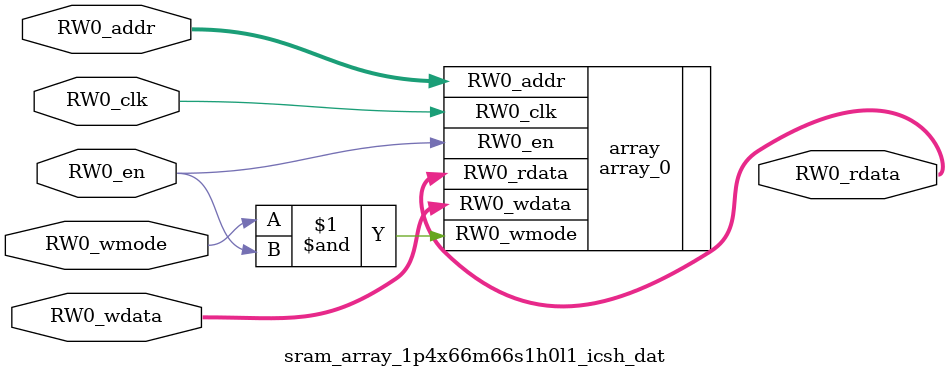
<source format=sv>
`ifndef RANDOMIZE
  `ifdef RANDOMIZE_MEM_INIT
    `define RANDOMIZE
  `endif // RANDOMIZE_MEM_INIT
`endif // not def RANDOMIZE
`ifndef RANDOMIZE
  `ifdef RANDOMIZE_REG_INIT
    `define RANDOMIZE
  `endif // RANDOMIZE_REG_INIT
`endif // not def RANDOMIZE

`ifndef RANDOM
  `define RANDOM $random
`endif // not def RANDOM

// Users can define INIT_RANDOM as general code that gets injected into the
// initializer block for modules with registers.
`ifndef INIT_RANDOM
  `define INIT_RANDOM
`endif // not def INIT_RANDOM

// If using random initialization, you can also define RANDOMIZE_DELAY to
// customize the delay used, otherwise 0.002 is used.
`ifndef RANDOMIZE_DELAY
  `define RANDOMIZE_DELAY 0.002
`endif // not def RANDOMIZE_DELAY

// Define INIT_RANDOM_PROLOG_ for use in our modules below.
`ifndef INIT_RANDOM_PROLOG_
  `ifdef RANDOMIZE
    `ifdef VERILATOR
      `define INIT_RANDOM_PROLOG_ `INIT_RANDOM
    `else  // VERILATOR
      `define INIT_RANDOM_PROLOG_ `INIT_RANDOM #`RANDOMIZE_DELAY begin end
    `endif // VERILATOR
  `else  // RANDOMIZE
    `define INIT_RANDOM_PROLOG_
  `endif // RANDOMIZE
`endif // not def INIT_RANDOM_PROLOG_

// Include register initializers in init blocks unless synthesis is set
`ifndef SYNTHESIS
  `ifndef ENABLE_INITIAL_REG_
    `define ENABLE_INITIAL_REG_
  `endif // not def ENABLE_INITIAL_REG_
`endif // not def SYNTHESIS

// Include rmemory initializers in init blocks unless synthesis is set
`ifndef SYNTHESIS
  `ifndef ENABLE_INITIAL_MEM_
    `define ENABLE_INITIAL_MEM_
  `endif // not def ENABLE_INITIAL_MEM_
`endif // not def SYNTHESIS

module sram_array_1p4x66m66s1h0l1_icsh_dat(
  input         RW0_clk,
  input  [1:0]  RW0_addr,
  input         RW0_en,
  input         RW0_wmode,
  input  [65:0] RW0_wdata,
  output [65:0] RW0_rdata
);

  array_0 array (
    .RW0_addr  (RW0_addr),
    .RW0_en    (RW0_en),
    .RW0_clk   (RW0_clk),
    .RW0_wmode (RW0_wmode & RW0_en),
    .RW0_wdata (RW0_wdata),
    .RW0_rdata (RW0_rdata)
  );
endmodule


</source>
